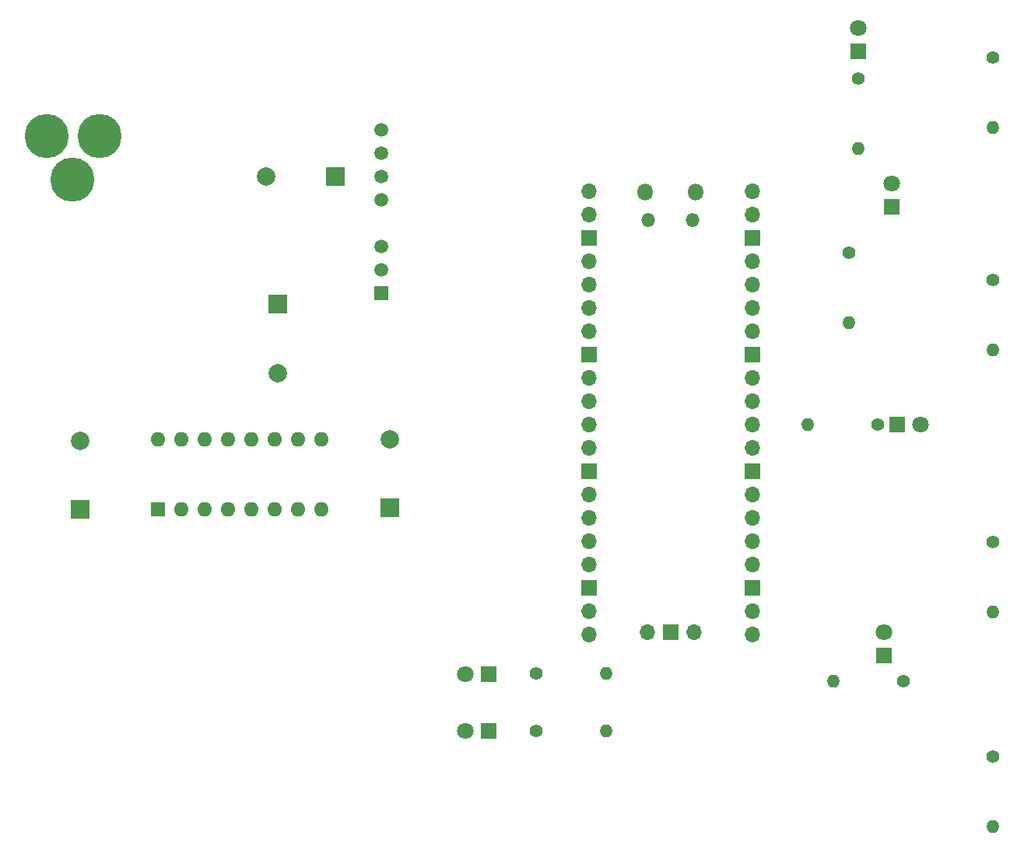
<source format=gbr>
%TF.GenerationSoftware,KiCad,Pcbnew,(6.0.7)*%
%TF.CreationDate,2022-12-25T01:48:00-08:00*%
%TF.ProjectId,ControlBoard,436f6e74-726f-46c4-926f-6172642e6b69,rev?*%
%TF.SameCoordinates,Original*%
%TF.FileFunction,Soldermask,Bot*%
%TF.FilePolarity,Negative*%
%FSLAX46Y46*%
G04 Gerber Fmt 4.6, Leading zero omitted, Abs format (unit mm)*
G04 Created by KiCad (PCBNEW (6.0.7)) date 2022-12-25 01:48:00*
%MOMM*%
%LPD*%
G01*
G04 APERTURE LIST*
%ADD10C,1.400000*%
%ADD11O,1.400000X1.400000*%
%ADD12R,1.800000X1.800000*%
%ADD13C,1.800000*%
%ADD14O,1.800000X1.800000*%
%ADD15O,1.500000X1.500000*%
%ADD16O,1.700000X1.700000*%
%ADD17R,1.700000X1.700000*%
%ADD18R,1.600000X1.600000*%
%ADD19O,1.600000X1.600000*%
%ADD20R,1.508000X1.508000*%
%ADD21C,1.508000*%
%ADD22C,4.800000*%
%ADD23R,2.000000X2.000000*%
%ADD24C,2.000000*%
G04 APERTURE END LIST*
D10*
%TO.C,R10*%
X223260000Y-106670000D03*
D11*
X215640000Y-106670000D03*
%TD*%
D10*
%TO.C,R9*%
X220400000Y-78700000D03*
D11*
X212780000Y-78700000D03*
%TD*%
D10*
%TO.C,R8*%
X217320000Y-59990000D03*
D11*
X217320000Y-67610000D03*
%TD*%
D10*
%TO.C,R7*%
X218350000Y-41060000D03*
D11*
X218350000Y-48680000D03*
%TD*%
D10*
%TO.C,R6*%
X183300000Y-105840000D03*
D11*
X190920000Y-105840000D03*
%TD*%
D10*
%TO.C,R5*%
X183300000Y-112100000D03*
D11*
X190920000Y-112100000D03*
%TD*%
D12*
%TO.C,D6*%
X221100000Y-103885000D03*
D13*
X221100000Y-101345000D03*
%TD*%
D12*
%TO.C,D5*%
X222555000Y-78700000D03*
D13*
X225095000Y-78700000D03*
%TD*%
D12*
%TO.C,D4*%
X221970000Y-55005000D03*
D13*
X221970000Y-52465000D03*
%TD*%
D12*
%TO.C,D3*%
X218350000Y-38105000D03*
D13*
X218350000Y-35565000D03*
%TD*%
D12*
%TO.C,D2*%
X178075000Y-105860000D03*
D13*
X175535000Y-105860000D03*
%TD*%
D12*
%TO.C,D1*%
X178075000Y-112100000D03*
D13*
X175535000Y-112100000D03*
%TD*%
D10*
%TO.C,R4*%
X232980000Y-114840000D03*
D11*
X232980000Y-122460000D03*
%TD*%
D10*
%TO.C,R3*%
X232980000Y-91540000D03*
D11*
X232980000Y-99160000D03*
%TD*%
%TO.C,R2*%
X232980000Y-70600000D03*
D10*
X232980000Y-62980000D03*
%TD*%
%TO.C,R1*%
X232980000Y-38740000D03*
D11*
X232980000Y-46360000D03*
%TD*%
D14*
%TO.C,U2*%
X200595000Y-53415000D03*
X195145000Y-53415000D03*
D15*
X195445000Y-56445000D03*
X200295000Y-56445000D03*
D16*
X188980000Y-53285000D03*
X188980000Y-55825000D03*
D17*
X188980000Y-58365000D03*
D16*
X188980000Y-60905000D03*
X188980000Y-63445000D03*
X188980000Y-65985000D03*
X188980000Y-68525000D03*
D17*
X188980000Y-71065000D03*
D16*
X188980000Y-73605000D03*
X188980000Y-76145000D03*
X188980000Y-78685000D03*
X188980000Y-81225000D03*
D17*
X188980000Y-83765000D03*
D16*
X188980000Y-86305000D03*
X188980000Y-88845000D03*
X188980000Y-91385000D03*
X188980000Y-93925000D03*
D17*
X188980000Y-96465000D03*
D16*
X188980000Y-99005000D03*
X188980000Y-101545000D03*
X206760000Y-101545000D03*
X206760000Y-99005000D03*
D17*
X206760000Y-96465000D03*
D16*
X206760000Y-93925000D03*
X206760000Y-91385000D03*
X206760000Y-88845000D03*
X206760000Y-86305000D03*
D17*
X206760000Y-83765000D03*
D16*
X206760000Y-81225000D03*
X206760000Y-78685000D03*
X206760000Y-76145000D03*
X206760000Y-73605000D03*
D17*
X206760000Y-71065000D03*
D16*
X206760000Y-68525000D03*
X206760000Y-65985000D03*
X206760000Y-63445000D03*
X206760000Y-60905000D03*
D17*
X206760000Y-58365000D03*
D16*
X206760000Y-55825000D03*
X206760000Y-53285000D03*
X195330000Y-101315000D03*
D17*
X197870000Y-101315000D03*
D16*
X200410000Y-101315000D03*
%TD*%
D18*
%TO.C,U1*%
X142085000Y-87960000D03*
D19*
X144625000Y-87960000D03*
X147165000Y-87960000D03*
X149705000Y-87960000D03*
X152245000Y-87960000D03*
X154785000Y-87960000D03*
X157325000Y-87960000D03*
X159865000Y-87960000D03*
X159865000Y-80340000D03*
X157325000Y-80340000D03*
X154785000Y-80340000D03*
X152245000Y-80340000D03*
X149705000Y-80340000D03*
X147165000Y-80340000D03*
X144625000Y-80340000D03*
X142085000Y-80340000D03*
%TD*%
D20*
%TO.C,PS1*%
X166380000Y-64447500D03*
D21*
X166380000Y-61907500D03*
X166380000Y-59367500D03*
X166380000Y-54287500D03*
X166380000Y-51747500D03*
X166380000Y-49207500D03*
X166380000Y-46667500D03*
%TD*%
D22*
%TO.C,J1*%
X135779500Y-47280000D03*
X129979500Y-47280000D03*
X132779500Y-52080000D03*
%TD*%
D23*
%TO.C,C4*%
X167374880Y-87795119D03*
D24*
X167374880Y-80295119D03*
%TD*%
D23*
%TO.C,C3*%
X161417677Y-51740000D03*
D24*
X153917677Y-51740000D03*
%TD*%
%TO.C,C2*%
X133650000Y-80487677D03*
D23*
X133650000Y-87987677D03*
%TD*%
D24*
%TO.C,C1*%
X155175000Y-73102323D03*
D23*
X155175000Y-65602323D03*
%TD*%
M02*

</source>
